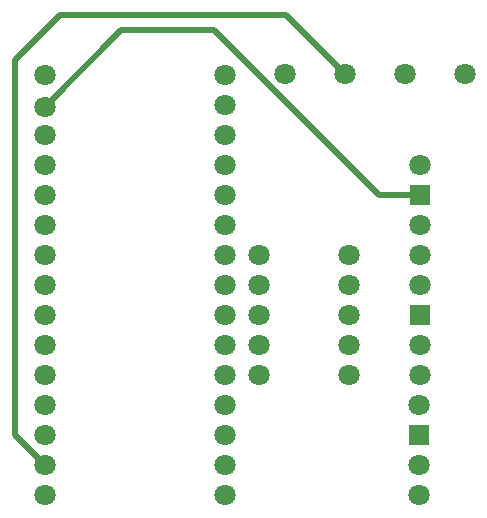
<source format=gbl>
%TF.GenerationSoftware,KiCad,Pcbnew,9.0.0*%
%TF.CreationDate,2025-05-21T23:54:08-07:00*%
%TF.ProjectId,server,73657276-6572-42e6-9b69-6361645f7063,v0.3*%
%TF.SameCoordinates,Original*%
%TF.FileFunction,Copper,L2,Bot*%
%TF.FilePolarity,Positive*%
%FSLAX46Y46*%
G04 Gerber Fmt 4.6, Leading zero omitted, Abs format (unit mm)*
G04 Created by KiCad (PCBNEW 9.0.0) date 2025-05-21 23:54:08*
%MOMM*%
%LPD*%
G01*
G04 APERTURE LIST*
%TA.AperFunction,ComponentPad*%
%ADD10C,1.800000*%
%TD*%
%TA.AperFunction,ComponentPad*%
%ADD11R,1.800000X1.800000*%
%TD*%
%TA.AperFunction,Conductor*%
%ADD12C,0.500000*%
%TD*%
G04 APERTURE END LIST*
D10*
%TO.P,R2,1*%
%TO.N,Net-(ESP32_Nano1-D5)*%
X148990000Y-97790000D03*
%TO.P,R2,2*%
%TO.N,Net-(RGB_LED_ROUND1-G)*%
X156610000Y-97790000D03*
%TD*%
%TO.P,ESP32_Nano1,1,TX1*%
%TO.N,unconnected-(ESP32_Nano1-TX1-Pad1)*%
X146050000Y-115570000D03*
%TO.P,ESP32_Nano1,2,RX0*%
%TO.N,unconnected-(ESP32_Nano1-RX0-Pad2)*%
X146050000Y-113030000D03*
%TO.P,ESP32_Nano1,3,RST*%
%TO.N,unconnected-(ESP32_Nano1-RST-Pad3)*%
X146050000Y-110490000D03*
%TO.P,ESP32_Nano1,4,GND*%
%TO.N,unconnected-(ESP32_Nano1-GND-Pad4)*%
X146050000Y-107950000D03*
%TO.P,ESP32_Nano1,5,D2*%
%TO.N,Net-(ESP32_Nano1-D2)*%
X146050000Y-105410000D03*
%TO.P,ESP32_Nano1,6,D3*%
%TO.N,Net-(ESP32_Nano1-D3)*%
X146050000Y-102870000D03*
%TO.P,ESP32_Nano1,7,D4*%
%TO.N,Net-(ESP32_Nano1-D4)*%
X146050000Y-100330000D03*
%TO.P,ESP32_Nano1,8,D5*%
%TO.N,Net-(ESP32_Nano1-D5)*%
X146050000Y-97790000D03*
%TO.P,ESP32_Nano1,9,D6*%
%TO.N,Net-(ESP32_Nano1-D6)*%
X146050000Y-95250000D03*
%TO.P,ESP32_Nano1,10,D7*%
%TO.N,Net-(2_PIN_CONNECTOR2-Pin_2)*%
X146050000Y-92710000D03*
%TO.P,ESP32_Nano1,11,D8*%
%TO.N,Net-(2_PIN_CONNECTOR2-Pin_1)*%
X146050000Y-90170000D03*
%TO.P,ESP32_Nano1,12,D9*%
%TO.N,unconnected-(ESP32_Nano1-D9-Pad12)*%
X146050000Y-87630000D03*
%TO.P,ESP32_Nano1,13,D10*%
%TO.N,unconnected-(ESP32_Nano1-D10-Pad13)*%
X146050000Y-85090000D03*
%TO.P,ESP32_Nano1,14,D11*%
%TO.N,unconnected-(ESP32_Nano1-D11-Pad14)*%
X146050000Y-82550000D03*
%TO.P,ESP32_Nano1,15,D12*%
%TO.N,unconnected-(ESP32_Nano1-D12-Pad15)*%
X146050000Y-80010000D03*
%TO.P,ESP32_Nano1,16,D13*%
%TO.N,unconnected-(ESP32_Nano1-D13-Pad16)*%
X130810000Y-80010000D03*
%TO.P,ESP32_Nano1,17,3.3V*%
%TO.N,Net-(ESP32_Nano1-3.3V)*%
X130806528Y-82701898D03*
%TO.P,ESP32_Nano1,18,B0*%
%TO.N,unconnected-(ESP32_Nano1-B0-Pad18)*%
X130810000Y-85090000D03*
%TO.P,ESP32_Nano1,19,A0*%
%TO.N,unconnected-(ESP32_Nano1-A0-Pad19)*%
X130810000Y-87630000D03*
%TO.P,ESP32_Nano1,20,A1*%
%TO.N,unconnected-(ESP32_Nano1-A1-Pad20)*%
X130810000Y-90170000D03*
%TO.P,ESP32_Nano1,21,A2*%
%TO.N,unconnected-(ESP32_Nano1-A2-Pad21)*%
X130810000Y-92710000D03*
%TO.P,ESP32_Nano1,22,A3*%
%TO.N,unconnected-(ESP32_Nano1-A3-Pad22)*%
X130810000Y-95250000D03*
%TO.P,ESP32_Nano1,23,A4*%
%TO.N,unconnected-(ESP32_Nano1-A4-Pad23)*%
X130810000Y-97790000D03*
%TO.P,ESP32_Nano1,24,A5*%
%TO.N,unconnected-(ESP32_Nano1-A5-Pad24)*%
X130810000Y-100330000D03*
%TO.P,ESP32_Nano1,25,A6*%
%TO.N,unconnected-(ESP32_Nano1-A6-Pad25)*%
X130810000Y-102870000D03*
%TO.P,ESP32_Nano1,26,A7*%
%TO.N,unconnected-(ESP32_Nano1-A7-Pad26)*%
X130810000Y-105410000D03*
%TO.P,ESP32_Nano1,27,VBUS*%
%TO.N,unconnected-(ESP32_Nano1-VBUS-Pad27)*%
X130810000Y-107950000D03*
%TO.P,ESP32_Nano1,28,B1*%
%TO.N,unconnected-(ESP32_Nano1-B1-Pad28)*%
X130810000Y-110490000D03*
%TO.P,ESP32_Nano1,29,GND*%
%TO.N,Net-(2_PIN_CONNECTOR1-Pin_2)*%
X130810000Y-113030000D03*
%TO.P,ESP32_Nano1,30,VIN*%
%TO.N,Net-(2_PIN_CONNECTOR1-Pin_1)*%
X130810000Y-115570000D03*
%TD*%
%TO.P,RGB_LED_ROUND2,1,R*%
%TO.N,Net-(RGB_LED_ROUND2-R)*%
X162560000Y-97790000D03*
D11*
%TO.P,RGB_LED_ROUND2,2,VCC*%
%TO.N,Net-(ESP32_Nano1-3.3V)*%
X162560000Y-100330000D03*
D10*
%TO.P,RGB_LED_ROUND2,3,G*%
%TO.N,Net-(RGB_LED_ROUND2-G)*%
X162560000Y-102870000D03*
%TO.P,RGB_LED_ROUND2,4,B*%
%TO.N,unconnected-(RGB_LED_ROUND2-B-Pad4)*%
X162560000Y-105410000D03*
%TD*%
%TO.P,R1,1*%
%TO.N,Net-(ESP32_Nano1-D6)*%
X148990000Y-95250000D03*
%TO.P,R1,2*%
%TO.N,Net-(RGB_LED_ROUND1-R)*%
X156610000Y-95250000D03*
%TD*%
%TO.P,R3,1*%
%TO.N,Net-(ESP32_Nano1-D4)*%
X148990000Y-100330000D03*
%TO.P,R3,2*%
%TO.N,Net-(RGB_LED_ROUND2-R)*%
X156610000Y-100330000D03*
%TD*%
%TO.P,2_PIN_CONNECTOR2,1,Pin_1*%
%TO.N,Net-(2_PIN_CONNECTOR2-Pin_1)*%
X161290000Y-79910000D03*
%TO.P,2_PIN_CONNECTOR2,2,Pin_2*%
%TO.N,Net-(2_PIN_CONNECTOR2-Pin_2)*%
X166370000Y-79910000D03*
%TD*%
%TO.P,RGB_LED_ROUND1,1,R*%
%TO.N,Net-(RGB_LED_ROUND1-R)*%
X162560000Y-87630000D03*
D11*
%TO.P,RGB_LED_ROUND1,2,VCC*%
%TO.N,Net-(ESP32_Nano1-3.3V)*%
X162560000Y-90170000D03*
D10*
%TO.P,RGB_LED_ROUND1,3,G*%
%TO.N,Net-(RGB_LED_ROUND1-G)*%
X162560000Y-92710000D03*
%TO.P,RGB_LED_ROUND1,4,B*%
%TO.N,unconnected-(RGB_LED_ROUND1-B-Pad4)*%
X162560000Y-95250000D03*
%TD*%
%TO.P,2_PIN_CONNECTOR1,1,Pin_1*%
%TO.N,Net-(2_PIN_CONNECTOR1-Pin_1)*%
X151130000Y-79910000D03*
%TO.P,2_PIN_CONNECTOR1,2,Pin_2*%
%TO.N,Net-(2_PIN_CONNECTOR1-Pin_2)*%
X156210000Y-79910000D03*
%TD*%
%TO.P,RGB_LED_ROUND3,1,R*%
%TO.N,unconnected-(RGB_LED_ROUND3-R-Pad1)*%
X162550000Y-107950000D03*
D11*
%TO.P,RGB_LED_ROUND3,2,VCC*%
%TO.N,Net-(ESP32_Nano1-3.3V)*%
X162550000Y-110490000D03*
D10*
%TO.P,RGB_LED_ROUND3,3,G*%
%TO.N,unconnected-(RGB_LED_ROUND3-G-Pad3)*%
X162550000Y-113030000D03*
%TO.P,RGB_LED_ROUND3,4,B*%
%TO.N,Net-(RGB_LED_ROUND3-B)*%
X162550000Y-115570000D03*
%TD*%
%TO.P,R5,1*%
%TO.N,Net-(ESP32_Nano1-D2)*%
X148990000Y-105410000D03*
%TO.P,R5,2*%
%TO.N,Net-(RGB_LED_ROUND3-B)*%
X156610000Y-105410000D03*
%TD*%
%TO.P,R4,1*%
%TO.N,Net-(ESP32_Nano1-D3)*%
X148990000Y-102870000D03*
%TO.P,R4,2*%
%TO.N,Net-(RGB_LED_ROUND2-G)*%
X156610000Y-102870000D03*
%TD*%
D12*
%TO.N,Net-(2_PIN_CONNECTOR1-Pin_2)*%
X132080000Y-74930000D02*
X128270000Y-78740000D01*
X128270000Y-78740000D02*
X128270000Y-110490000D01*
X128270000Y-110490000D02*
X130810000Y-113030000D01*
X156210000Y-79910000D02*
X151230000Y-74930000D01*
X151230000Y-74930000D02*
X132080000Y-74930000D01*
%TO.N,Net-(ESP32_Nano1-3.3V)*%
X145150601Y-76200000D02*
X137308426Y-76200000D01*
X137308426Y-76200000D02*
X130806528Y-82701898D01*
X159120601Y-90170000D02*
X162560000Y-90170000D01*
X159120601Y-90170000D02*
X145150601Y-76200000D01*
%TD*%
M02*

</source>
